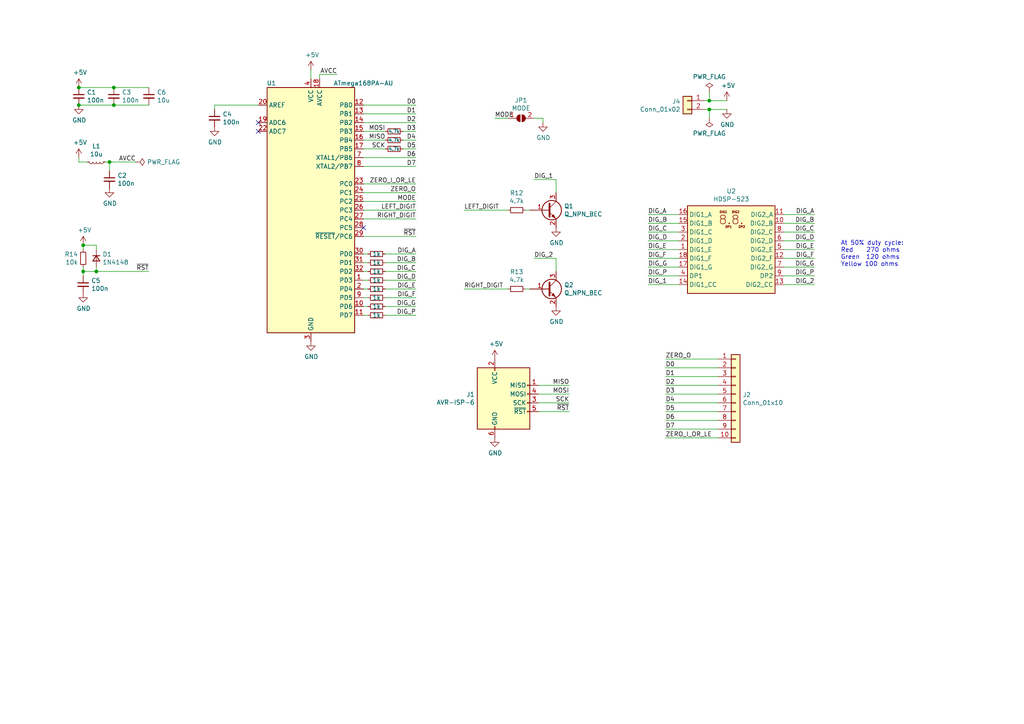
<source format=kicad_sch>
(kicad_sch (version 20211123) (generator eeschema)
  (paper "A4")
  (title_block (title "Hex display for breadboards") (date "2021-12-17") (rev "A"))
  (lib_symbols
    (symbol "Connector:AVR-ISP-6" (pin_names (offset 1.016))
      (property "Reference" "J" (at -6.35 11.43 0))
      (property "Value" "AVR-ISP-6" (at 0 11.43 0))
      (symbol "AVR-ISP-6_0_1"
        (rectangle (start -2.667 -6.858) (end -2.413 -7.62))
        (rectangle (start -2.667 10.16) (end -2.413 9.398))
        (rectangle (start 7.62 -2.413) (end 6.858 -2.667))
        (rectangle (start 7.62 0.127) (end 6.858 -0.127))
        (rectangle (start 7.62 2.667) (end 6.858 2.413))
        (rectangle (start 7.62 5.207) (end 6.858 4.953))
        (rectangle (start 7.62 10.16) (end -7.62 -7.62) (stroke (width 0.254)) (fill (type background)))
      )
      (symbol "AVR-ISP-6_1_1"
        (pin passive line (at 10.16 5.08 180) (length 2.54) (name "MISO") (number "1"))
        (pin passive line (at -2.54 12.7 270) (length 2.54) (name "VCC") (number "2"))
        (pin passive line (at 10.16 0 180) (length 2.54) (name "SCK") (number "3"))
        (pin passive line (at 10.16 2.54 180) (length 2.54) (name "MOSI") (number "4"))
        (pin passive line (at 10.16 -2.54 180) (length 2.54) (name "~{RST}") (number "5"))
        (pin passive line (at -2.54 -10.16 90) (length 2.54) (name "GND") (number "6"))
      )
    )
    (symbol "Connector_Generic:Conn_01x02" (pin_names (offset 1.016) hide)
      (property "Reference" "J" (at 0 2.54 0))
      (property "Value" "Conn_01x02" (at 0 -5.08 0))
      (symbol "Conn_01x02_1_1"
        (rectangle (start -1.27 -2.413) (end 0 -2.667) (stroke (width 0.1524)))
        (rectangle (start -1.27 0.127) (end 0 -0.127) (stroke (width 0.1524)))
        (rectangle (start -1.27 1.27) (end 1.27 -3.81) (stroke (width 0.254)) (fill (type background)))
        (pin passive line (at -5.08 0 0) (length 3.81) (name "Pin_1") (number "1"))
        (pin passive line (at -5.08 -2.54 0) (length 3.81) (name "Pin_2") (number "2"))
      )
    )
    (symbol "Connector_Generic:Conn_01x10" (pin_names (offset 1.016) hide)
      (property "Reference" "J" (at 0 12.7 0))
      (property "Value" "Conn_01x10" (at 0 -15.24 0))
      (symbol "Conn_01x10_1_1"
        (rectangle (start -1.27 -12.573) (end 0 -12.827) (stroke (width 0.1524)))
        (rectangle (start -1.27 -10.033) (end 0 -10.287) (stroke (width 0.1524)))
        (rectangle (start -1.27 -7.493) (end 0 -7.747) (stroke (width 0.1524)))
        (rectangle (start -1.27 -4.953) (end 0 -5.207) (stroke (width 0.1524)))
        (rectangle (start -1.27 -2.413) (end 0 -2.667) (stroke (width 0.1524)))
        (rectangle (start -1.27 0.127) (end 0 -0.127) (stroke (width 0.1524)))
        (rectangle (start -1.27 2.667) (end 0 2.413) (stroke (width 0.1524)))
        (rectangle (start -1.27 5.207) (end 0 4.953) (stroke (width 0.1524)))
        (rectangle (start -1.27 7.747) (end 0 7.493) (stroke (width 0.1524)))
        (rectangle (start -1.27 10.287) (end 0 10.033) (stroke (width 0.1524)))
        (rectangle (start -1.27 11.43) (end 1.27 -13.97) (stroke (width 0.254)) (fill (type background)))
        (pin passive line (at -5.08 10.16 0) (length 3.81) (name "Pin_1") (number "1"))
        (pin passive line (at -5.08 -12.7 0) (length 3.81) (name "Pin_10") (number "10"))
        (pin passive line (at -5.08 7.62 0) (length 3.81) (name "Pin_2") (number "2"))
        (pin passive line (at -5.08 5.08 0) (length 3.81) (name "Pin_3") (number "3"))
        (pin passive line (at -5.08 2.54 0) (length 3.81) (name "Pin_4") (number "4"))
        (pin passive line (at -5.08 0 0) (length 3.81) (name "Pin_5") (number "5"))
        (pin passive line (at -5.08 -2.54 0) (length 3.81) (name "Pin_6") (number "6"))
        (pin passive line (at -5.08 -5.08 0) (length 3.81) (name "Pin_7") (number "7"))
        (pin passive line (at -5.08 -7.62 0) (length 3.81) (name "Pin_8") (number "8"))
        (pin passive line (at -5.08 -10.16 0) (length 3.81) (name "Pin_9") (number "9"))
      )
    )
    (symbol "Device:C_Small" (pin_numbers hide) (pin_names (offset 0.254) hide)
      (property "Reference" "C" (at 0.254 1.778 0))
      (property "Value" "C_Small" (at 0.254 -2.032 0))
      (symbol "C_Small_0_1"
        (polyline (pts (xy -1.524 -0.508) (xy 1.524 -0.508)) (stroke (width 0.3302)))
        (polyline (pts (xy -1.524 0.508) (xy 1.524 0.508)) (stroke (width 0.3048)))
      )
      (symbol "C_Small_1_1"
        (pin passive line (at 0 2.54 270) (length 2.032) (name "~") (number "1"))
        (pin passive line (at 0 -2.54 90) (length 2.032) (name "~") (number "2"))
      )
    )
    (symbol "Device:D_Small" (pin_numbers hide) (pin_names (offset 0.254) hide)
      (property "Reference" "D" (at -1.27 2.032 0))
      (property "Value" "D_Small" (at -3.81 -2.032 0))
      (symbol "D_Small_0_1"
        (polyline (pts (xy -0.762 -1.016) (xy -0.762 1.016)) (stroke (width 0.254)))
        (polyline (pts (xy -0.762 0) (xy 0.762 0)))
        (polyline (pts (xy 0.762 -1.016) (xy -0.762 0) (xy 0.762 1.016) (xy 0.762 -1.016)) (stroke (width 0.254)))
      )
      (symbol "D_Small_1_1"
        (pin passive line (at -2.54 0 0) (length 1.778) (name "K") (number "1"))
        (pin passive line (at 2.54 0 180) (length 1.778) (name "A") (number "2"))
      )
    )
    (symbol "Device:L_Small" (pin_numbers hide) (pin_names (offset 0.254) hide)
      (property "Reference" "L" (at 0.762 1.016 0))
      (property "Value" "L_Small" (at 0.762 -1.016 0))
      (symbol "L_Small_0_1"
        (arc (start 0 -2.032) (mid 0.508 -1.524) (end 0 -1.016))
        (arc (start 0 -1.016) (mid 0.508 -0.508) (end 0 0))
        (arc (start 0 0) (mid 0.508 0.508) (end 0 1.016))
        (arc (start 0 1.016) (mid 0.508 1.524) (end 0 2.032))
      )
      (symbol "L_Small_1_1"
        (pin passive line (at 0 2.54 270) (length 0.508) (name "~") (number "1"))
        (pin passive line (at 0 -2.54 90) (length 0.508) (name "~") (number "2"))
      )
    )
    (symbol "Device:Q_NPN_BEC" (pin_names (offset 0) hide)
      (property "Reference" "Q" (at 5.08 1.27 0))
      (property "Value" "Q_NPN_BEC" (at 5.08 -1.27 0))
      (symbol "Q_NPN_BEC_0_1"
        (polyline (pts (xy 0.635 0.635) (xy 2.54 2.54)))
        (polyline (pts (xy 0.635 -0.635) (xy 2.54 -2.54) (xy 2.54 -2.54)))
        (polyline (pts (xy 0.635 1.905) (xy 0.635 -1.905) (xy 0.635 -1.905)) (stroke (width 0.508)))
        (polyline (pts (xy 1.27 -1.778) (xy 1.778 -1.27) (xy 2.286 -2.286) (xy 1.27 -1.778) (xy 1.27 -1.778)) (fill (type outline)))
        (circle (center 1.27 0) (radius 2.8194) (stroke (width 0.254)))
      )
      (symbol "Q_NPN_BEC_1_1"
        (pin input line (at -5.08 0 0) (length 5.715) (name "B") (number "1"))
        (pin passive line (at 2.54 -5.08 90) (length 2.54) (name "E") (number "2"))
        (pin passive line (at 2.54 5.08 270) (length 2.54) (name "C") (number "3"))
      )
    )
    (symbol "Device:R_Small" (pin_numbers hide) (pin_names (offset 0.254) hide)
      (property "Reference" "R" (at 0.762 0.508 0))
      (property "Value" "R_Small" (at 0.762 -1.016 0))
      (symbol "R_Small_0_1"
        (rectangle (start -0.762 1.778) (end 0.762 -1.778) (stroke (width 0.2032)))
      )
      (symbol "R_Small_1_1"
        (pin passive line (at 0 2.54 270) (length 0.762) (name "~") (number "1"))
        (pin passive line (at 0 -2.54 90) (length 0.762) (name "~") (number "2"))
      )
    )
    (symbol "Display_Character:DC56-11SRWA"
      (property "Reference" "U" (at -11.43 13.97 0))
      (property "Value" "DC56-11SRWA" (at 12.065 13.97 0))
      (symbol "DC56-11SRWA_0_0"
        (text "8.8." (at 0 8.636 0) (effects (font (size 2.54 2.54))))
        (text "DIG1" (at -2.286 10.922 0) (effects (font (size 0.635 0.635))))
        (text "DIG2" (at 1.27 10.922 0) (effects (font (size 0.635 0.635))))
        (text "DP1" (at -0.762 6.604 0) (effects (font (size 0.635 0.635))))
        (text "DP2" (at 3.048 6.604 0) (effects (font (size 0.635 0.635))))
      )
      (symbol "DC56-11SRWA_0_1"
        (rectangle (start -12.7 12.7) (end 12.7 -12.7) (stroke (width 0.254)) (fill (type background)))
      )
      (symbol "DC56-11SRWA_1_1"
        (pin input line (at -15.24 0 0) (length 2.54) (name "DIG1_E") (number "1"))
        (pin input line (at 15.24 7.62 180) (length 2.54) (name "DIG2_B") (number "10"))
        (pin input line (at 15.24 10.16 180) (length 2.54) (name "DIG2_A") (number "11"))
        (pin input line (at 15.24 -2.54 180) (length 2.54) (name "DIG2_F") (number "12"))
        (pin input line (at 15.24 -10.16 180) (length 2.54) (name "DIG2_CC") (number "13"))
        (pin input line (at -15.24 -10.16 0) (length 2.54) (name "DIG1_CC") (number "14"))
        (pin input line (at -15.24 7.62 0) (length 2.54) (name "DIG1_B") (number "15"))
        (pin input line (at -15.24 10.16 0) (length 2.54) (name "DIG1_A") (number "16"))
        (pin input line (at -15.24 -5.08 0) (length 2.54) (name "DIG1_G") (number "17"))
        (pin input line (at -15.24 -2.54 0) (length 2.54) (name "DIG1_F") (number "18"))
        (pin input line (at -15.24 2.54 0) (length 2.54) (name "DIG1_D") (number "2"))
        (pin input line (at -15.24 5.08 0) (length 2.54) (name "DIG1_C") (number "3"))
        (pin input line (at -15.24 -7.62 0) (length 2.54) (name "DP1") (number "4"))
        (pin input line (at 15.24 0 180) (length 2.54) (name "DIG2_E") (number "5"))
        (pin input line (at 15.24 2.54 180) (length 2.54) (name "DIG2_D") (number "6"))
        (pin input line (at 15.24 -5.08 180) (length 2.54) (name "DIG2_G") (number "7"))
        (pin input line (at 15.24 5.08 180) (length 2.54) (name "DIG2_C") (number "8"))
        (pin input line (at 15.24 -7.62 180) (length 2.54) (name "DP2") (number "9"))
      )
    )
    (symbol "Jumper:SolderJumper_2_Open" (pin_names (offset 0) hide)
      (property "Reference" "JP" (at 0 2.032 0))
      (property "Value" "SolderJumper_2_Open" (at 0 -2.54 0))
      (symbol "SolderJumper_2_Open_0_1"
        (arc (start -0.254 1.016) (mid -1.27 0) (end -0.254 -1.016))
        (arc (start -0.254 1.016) (mid -1.27 0) (end -0.254 -1.016) (fill (type outline)))
        (polyline (pts (xy -0.254 1.016) (xy -0.254 -1.016)))
        (polyline (pts (xy 0.254 1.016) (xy 0.254 -1.016)))
        (arc (start 0.254 -1.016) (mid 1.27 0) (end 0.254 1.016))
        (arc (start 0.254 -1.016) (mid 1.27 0) (end 0.254 1.016) (fill (type outline)))
      )
      (symbol "SolderJumper_2_Open_1_1"
        (pin passive line (at -3.81 0 0) (length 2.54) (name "A") (number "1"))
        (pin passive line (at 3.81 0 180) (length 2.54) (name "B") (number "2"))
      )
    )
    (symbol "MCU_Microchip_ATmega:ATmega168PA-AU"
      (property "Reference" "U" (at -12.7 36.83 0))
      (property "Value" "MCU_Microchip_ATmega_ATmega168PA-AU" (at 2.54 -36.83 0))
      (symbol "ATmega168PA-AU_0_1"
        (rectangle (start -12.7 -35.56) (end 12.7 35.56) (stroke (width 0.254)) (fill (type background)))
      )
      (symbol "ATmega168PA-AU_1_1"
        (pin bidirectional line (at 15.24 -20.32 180) (length 2.54) (name "PD3") (number "1"))
        (pin bidirectional line (at 15.24 -27.94 180) (length 2.54) (name "PD6") (number "10"))
        (pin bidirectional line (at 15.24 -30.48 180) (length 2.54) (name "PD7") (number "11"))
        (pin bidirectional line (at 15.24 30.48 180) (length 2.54) (name "PB0") (number "12"))
        (pin bidirectional line (at 15.24 27.94 180) (length 2.54) (name "PB1") (number "13"))
        (pin bidirectional line (at 15.24 25.4 180) (length 2.54) (name "PB2") (number "14"))
        (pin bidirectional line (at 15.24 22.86 180) (length 2.54) (name "PB3") (number "15"))
        (pin bidirectional line (at 15.24 20.32 180) (length 2.54) (name "PB4") (number "16"))
        (pin bidirectional line (at 15.24 17.78 180) (length 2.54) (name "PB5") (number "17"))
        (pin power_in line (at 2.54 38.1 270) (length 2.54) (name "AVCC") (number "18"))
        (pin input line (at -15.24 25.4 0) (length 2.54) (name "ADC6") (number "19"))
        (pin bidirectional line (at 15.24 -22.86 180) (length 2.54) (name "PD4") (number "2"))
        (pin passive line (at -15.24 30.48 0) (length 2.54) (name "AREF") (number "20"))
        (pin passive line (at 0 -38.1 90) (length 2.54) hide (name "GND") (number "21"))
        (pin input line (at -15.24 22.86 0) (length 2.54) (name "ADC7") (number "22"))
        (pin bidirectional line (at 15.24 7.62 180) (length 2.54) (name "PC0") (number "23"))
        (pin bidirectional line (at 15.24 5.08 180) (length 2.54) (name "PC1") (number "24"))
        (pin bidirectional line (at 15.24 2.54 180) (length 2.54) (name "PC2") (number "25"))
        (pin bidirectional line (at 15.24 0 180) (length 2.54) (name "PC3") (number "26"))
        (pin bidirectional line (at 15.24 -2.54 180) (length 2.54) (name "PC4") (number "27"))
        (pin bidirectional line (at 15.24 -5.08 180) (length 2.54) (name "PC5") (number "28"))
        (pin bidirectional line (at 15.24 -7.62 180) (length 2.54) (name "~{RESET}/PC6") (number "29"))
        (pin power_in line (at 0 -38.1 90) (length 2.54) (name "GND") (number "3"))
        (pin bidirectional line (at 15.24 -12.7 180) (length 2.54) (name "PD0") (number "30"))
        (pin bidirectional line (at 15.24 -15.24 180) (length 2.54) (name "PD1") (number "31"))
        (pin bidirectional line (at 15.24 -17.78 180) (length 2.54) (name "PD2") (number "32"))
        (pin power_in line (at 0 38.1 270) (length 2.54) (name "VCC") (number "4"))
        (pin passive line (at 0 -38.1 90) (length 2.54) hide (name "GND") (number "5"))
        (pin passive line (at 0 38.1 270) (length 2.54) hide (name "VCC") (number "6"))
        (pin bidirectional line (at 15.24 15.24 180) (length 2.54) (name "XTAL1/PB6") (number "7"))
        (pin bidirectional line (at 15.24 12.7 180) (length 2.54) (name "XTAL2/PB7") (number "8"))
        (pin bidirectional line (at 15.24 -25.4 180) (length 2.54) (name "PD5") (number "9"))
      )
    )
    (symbol "power:+5V" (power) (pin_names (offset 0))
      (property "Value" "+5V" (at 0 3.556 0))
      (symbol "+5V_0_1"
        (polyline (pts (xy -0.762 1.27) (xy 0 2.54)))
        (polyline (pts (xy 0 0) (xy 0 2.54)))
        (polyline (pts (xy 0 2.54) (xy 0.762 1.27)))
      )
      (symbol "+5V_1_1"
        (pin power_in line (at 0 0 90) (length 0) hide (name "+5V") (number "1"))
      )
    )
    (symbol "power:GND" (power) (pin_names (offset 0))
      (property "Value" "GND" (at 0 -3.81 0))
      (symbol "GND_0_1"
        (polyline (pts (xy 0 0) (xy 0 -1.27) (xy 1.27 -1.27) (xy 0 -2.54) (xy -1.27 -1.27) (xy 0 -1.27)))
      )
      (symbol "GND_1_1"
        (pin power_in line (at 0 0 270) (length 0) hide (name "GND") (number "1"))
      )
    )
    (symbol "power:PWR_FLAG" (power) (pin_numbers hide) (pin_names (offset 0) hide)
      (property "Value" "PWR_FLAG" (at 0 3.81 0))
      (symbol "PWR_FLAG_0_0"
        (pin power_out line (at 0 0 90) (length 0) (name "pwr") (number "1"))
      )
      (symbol "PWR_FLAG_0_1"
        (polyline (pts (xy 0 0) (xy 0 1.27) (xy -1.016 1.905) (xy 0 2.54) (xy 1.016 1.905) (xy 0 1.27)))
      )
    )
  )
  (junction (at 31.75 46.99))
  (junction (at 24.13 78.74))
  (junction (at 205.74 29.21))
  (junction (at 205.74 31.75))
  (junction (at 27.94 78.74))
  (junction (at 33.02 30.48))
  (junction (at 22.86 30.48))
  (junction (at 24.13 71.12))
  (junction (at 33.02 25.4))
  (junction (at 22.86 25.4))
  (no_connect (at 105.41 66.04))
  (no_connect (at 74.93 38.1))
  (no_connect (at 74.93 35.56))
  (wire (pts (xy 24.13 77.47) (xy 24.13 78.74)))
  (wire (pts (xy 92.71 21.59) (xy 97.79 21.59)))
  (wire (pts (xy 227.33 64.77) (xy 236.22 64.77)))
  (wire (pts (xy 106.68 91.44) (xy 105.41 91.44)))
  (wire (pts (xy 227.33 69.85) (xy 236.22 69.85)))
  (wire (pts (xy 22.86 30.48) (xy 33.02 30.48)))
  (wire (pts (xy 105.41 43.18) (xy 111.76 43.18)))
  (wire (pts (xy 193.04 104.14) (xy 208.28 104.14)))
  (wire (pts (xy 210.82 29.21) (xy 205.74 29.21)))
  (wire (pts (xy 196.85 64.77) (xy 187.96 64.77)))
  (wire (pts (xy 92.71 21.59) (xy 92.71 22.86)))
  (wire (pts (xy 111.76 91.44) (xy 120.65 91.44)))
  (wire (pts (xy 120.65 53.34) (xy 105.41 53.34)))
  (wire (pts (xy 147.32 83.82) (xy 134.62 83.82)))
  (wire (pts (xy 106.68 78.74) (xy 105.41 78.74)))
  (wire (pts (xy 196.85 74.93) (xy 187.96 74.93)))
  (wire (pts (xy 227.33 72.39) (xy 236.22 72.39)))
  (wire (pts (xy 161.29 52.07) (xy 161.29 55.88)))
  (wire (pts (xy 33.02 30.48) (xy 43.18 30.48)))
  (wire (pts (xy 25.4 46.99) (xy 22.86 46.99)))
  (wire (pts (xy 120.65 68.58) (xy 105.41 68.58)))
  (wire (pts (xy 196.85 82.55) (xy 187.96 82.55)))
  (wire (pts (xy 111.76 88.9) (xy 120.65 88.9)))
  (wire (pts (xy 24.13 71.12) (xy 27.94 71.12)))
  (wire (pts (xy 208.28 109.22) (xy 193.04 109.22)))
  (wire (pts (xy 111.76 83.82) (xy 120.65 83.82)))
  (wire (pts (xy 161.29 74.93) (xy 161.29 78.74)))
  (wire (pts (xy 227.33 80.01) (xy 236.22 80.01)))
  (wire (pts (xy 193.04 106.68) (xy 208.28 106.68)))
  (wire (pts (xy 227.33 74.93) (xy 236.22 74.93)))
  (wire (pts (xy 116.84 38.1) (xy 120.65 38.1)))
  (wire (pts (xy 33.02 25.4) (xy 43.18 25.4)))
  (wire (pts (xy 204.47 31.75) (xy 205.74 31.75)))
  (wire (pts (xy 196.85 72.39) (xy 187.96 72.39)))
  (wire (pts (xy 111.76 86.36) (xy 120.65 86.36)))
  (wire (pts (xy 106.68 88.9) (xy 105.41 88.9)))
  (wire (pts (xy 227.33 82.55) (xy 236.22 82.55)))
  (wire (pts (xy 208.28 119.38) (xy 193.04 119.38)))
  (wire (pts (xy 154.94 74.93) (xy 161.29 74.93)))
  (wire (pts (xy 120.65 30.48) (xy 105.41 30.48)))
  (wire (pts (xy 105.41 81.28) (xy 106.68 81.28)))
  (wire (pts (xy 120.65 45.72) (xy 105.41 45.72)))
  (wire (pts (xy 30.48 46.99) (xy 31.75 46.99)))
  (wire (pts (xy 24.13 78.74) (xy 27.94 78.74)))
  (wire (pts (xy 31.75 46.99) (xy 39.37 46.99)))
  (wire (pts (xy 120.65 55.88) (xy 105.41 55.88)))
  (wire (pts (xy 196.85 69.85) (xy 187.96 69.85)))
  (wire (pts (xy 111.76 76.2) (xy 120.65 76.2)))
  (wire (pts (xy 193.04 121.92) (xy 208.28 121.92)))
  (wire (pts (xy 208.28 114.3) (xy 193.04 114.3)))
  (wire (pts (xy 62.23 31.75) (xy 62.23 30.48)))
  (wire (pts (xy 105.41 40.64) (xy 111.76 40.64)))
  (wire (pts (xy 205.74 29.21) (xy 204.47 29.21)))
  (wire (pts (xy 154.94 52.07) (xy 161.29 52.07)))
  (wire (pts (xy 111.76 81.28) (xy 120.65 81.28)))
  (wire (pts (xy 227.33 62.23) (xy 236.22 62.23)))
  (wire (pts (xy 120.65 40.64) (xy 116.84 40.64)))
  (wire (pts (xy 27.94 71.12) (xy 27.94 72.39)))
  (wire (pts (xy 111.76 78.74) (xy 120.65 78.74)))
  (wire (pts (xy 205.74 31.75) (xy 205.74 34.29)))
  (wire (pts (xy 193.04 116.84) (xy 208.28 116.84)))
  (wire (pts (xy 227.33 77.47) (xy 236.22 77.47)))
  (wire (pts (xy 22.86 25.4) (xy 33.02 25.4)))
  (wire (pts (xy 193.04 127) (xy 208.28 127)))
  (wire (pts (xy 24.13 78.74) (xy 24.13 80.01)))
  (wire (pts (xy 205.74 31.75) (xy 210.82 31.75)))
  (wire (pts (xy 120.65 35.56) (xy 105.41 35.56)))
  (wire (pts (xy 105.41 76.2) (xy 106.68 76.2)))
  (wire (pts (xy 153.67 83.82) (xy 152.4 83.82)))
  (wire (pts (xy 105.41 63.5) (xy 120.65 63.5)))
  (wire (pts (xy 120.65 58.42) (xy 105.41 58.42)))
  (wire (pts (xy 106.68 73.66) (xy 105.41 73.66)))
  (wire (pts (xy 208.28 124.46) (xy 193.04 124.46)))
  (wire (pts (xy 157.48 34.29) (xy 154.94 34.29)))
  (wire (pts (xy 227.33 67.31) (xy 236.22 67.31)))
  (wire (pts (xy 156.21 111.76) (xy 165.1 111.76)))
  (wire (pts (xy 105.41 60.96) (xy 120.65 60.96)))
  (wire (pts (xy 196.85 77.47) (xy 187.96 77.47)))
  (wire (pts (xy 106.68 83.82) (xy 105.41 83.82)))
  (wire (pts (xy 105.41 33.02) (xy 120.65 33.02)))
  (wire (pts (xy 165.1 119.38) (xy 156.21 119.38)))
  (wire (pts (xy 147.32 60.96) (xy 134.62 60.96)))
  (wire (pts (xy 153.67 60.96) (xy 152.4 60.96)))
  (wire (pts (xy 196.85 80.01) (xy 187.96 80.01)))
  (wire (pts (xy 111.76 38.1) (xy 105.41 38.1)))
  (wire (pts (xy 196.85 67.31) (xy 187.96 67.31)))
  (wire (pts (xy 105.41 48.26) (xy 120.65 48.26)))
  (wire (pts (xy 165.1 114.3) (xy 156.21 114.3)))
  (wire (pts (xy 62.23 30.48) (xy 74.93 30.48)))
  (wire (pts (xy 143.51 34.29) (xy 147.32 34.29)))
  (wire (pts (xy 22.86 46.99) (xy 22.86 45.72)))
  (wire (pts (xy 196.85 62.23) (xy 187.96 62.23)))
  (wire (pts (xy 116.84 43.18) (xy 120.65 43.18)))
  (wire (pts (xy 105.41 86.36) (xy 106.68 86.36)))
  (wire (pts (xy 27.94 78.74) (xy 43.18 78.74)))
  (wire (pts (xy 157.48 35.56) (xy 157.48 34.29)))
  (wire (pts (xy 156.21 116.84) (xy 165.1 116.84)))
  (wire (pts (xy 193.04 111.76) (xy 208.28 111.76)))
  (wire (pts (xy 31.75 49.53) (xy 31.75 46.99)))
  (wire (pts (xy 205.74 26.67) (xy 205.74 29.21)))
  (wire (pts (xy 111.76 73.66) (xy 120.65 73.66)))
  (wire (pts (xy 27.94 77.47) (xy 27.94 78.74)))
  (wire (pts (xy 24.13 72.39) (xy 24.13 71.12)))
  (wire (pts (xy 90.17 20.32) (xy 90.17 22.86)))
  (text "At 50% duty cycle:\nRed    270 ohms\nGreen  120 ohms\nYellow 100 ohms" (at 243.84 77.47 0) (effects (font (size 1.27 1.27)) (justify left bottom)))
  (label "DIG_F" (at 236.22 74.93 180))
  (label "D1" (at 120.65 33.02 180))
  (label "AVCC" (at 97.79 21.59 180))
  (label "LEFT_DIGIT" (at 120.65 60.96 180))
  (label "DIG_G" (at 120.65 88.9 180))
  (label "DIG_P" (at 236.22 80.01 180))
  (label "~{RST}" (at 120.65 68.58 180))
  (label "D1" (at 193.04 109.22 0))
  (label "DIG_A" (at 187.96 62.23 0))
  (label "DIG_D" (at 236.22 69.85 180))
  (label "D6" (at 120.65 45.72 180))
  (label "DIG_B" (at 187.96 64.77 0))
  (label "DIG_B" (at 236.22 64.77 180))
  (label "RIGHT_DIGIT" (at 134.62 83.82 0))
  (label "DIG_C" (at 120.65 78.74 180))
  (label "LEFT_DIGIT" (at 134.62 60.96 0))
  (label "DIG_E" (at 120.65 83.82 180))
  (label "DIG_1" (at 154.94 52.07 0))
  (label "D3" (at 120.65 38.1 180))
  (label "D6" (at 193.04 121.92 0))
  (label "MISO" (at 165.1 111.76 180))
  (label "SCK" (at 165.1 116.84 180))
  (label "D5" (at 193.04 119.38 0))
  (label "DIG_E" (at 187.96 72.39 0))
  (label "RIGHT_DIGIT" (at 120.65 63.5 180))
  (label "D7" (at 120.65 48.26 180))
  (label "DIG_1" (at 187.96 82.55 0))
  (label "DIG_G" (at 236.22 77.47 180))
  (label "D3" (at 193.04 114.3 0))
  (label "DIG_F" (at 187.96 74.93 0))
  (label "DIG_2" (at 154.94 74.93 0))
  (label "DIG_D" (at 120.65 81.28 180))
  (label "DIG_P" (at 120.65 91.44 180))
  (label "MOSI" (at 165.1 114.3 180))
  (label "D0" (at 193.04 106.68 0))
  (label "ZERO_O" (at 193.04 104.14 0))
  (label "MODE" (at 143.51 34.29 0))
  (label "DIG_E" (at 236.22 72.39 180))
  (label "DIG_D" (at 187.96 69.85 0))
  (label "D2" (at 120.65 35.56 180))
  (label "~{RST}" (at 43.18 78.74 180))
  (label "DIG_C" (at 187.96 67.31 0))
  (label "D0" (at 120.65 30.48 180))
  (label "SCK" (at 111.76 43.18 180))
  (label "ZERO_O" (at 120.65 55.88 180))
  (label "DIG_P" (at 187.96 80.01 0))
  (label "D7" (at 193.04 124.46 0))
  (label "D4" (at 193.04 116.84 0))
  (label "D2" (at 193.04 111.76 0))
  (label "DIG_2" (at 236.22 82.55 180))
  (label "DIG_G" (at 187.96 77.47 0))
  (label "D4" (at 120.65 40.64 180))
  (label "DIG_B" (at 120.65 76.2 180))
  (label "MODE" (at 120.65 58.42 180))
  (label "AVCC" (at 39.37 46.99 180))
  (label "MOSI" (at 111.76 38.1 180))
  (label "~{RST}" (at 165.1 119.38 180))
  (label "ZERO_I_OR_LE" (at 193.04 127 0))
  (label "DIG_A" (at 236.22 62.23 180))
  (label "DIG_A" (at 120.65 73.66 180))
  (label "ZERO_I_OR_LE" (at 120.65 53.34 180))
  (label "D5" (at 120.65 43.18 180))
  (label "DIG_C" (at 236.22 67.31 180))
  (label "DIG_F" (at 120.65 86.36 180))
  (label "MISO" (at 111.76 40.64 180))
  (symbol (lib_id "Display_Character:DC56-11SRWA") (at 212.09 72.39 0) (unit 1)
    (property "Reference" "U2" (at 212.09 55.4482 0))
    (property "Value" "HDSP-523" (at 212.09 57.7596 0))
    (property "Footprint" "Display_7Segment:DA56-11SURKWA" (effects hide))
    (property "Datasheet" "http://www.kingbrightusa.com/images/catalog/SPEC/DC56-11SRWA.pdf" (effects hide))
  )
  (symbol (lib_id "Connector_Generic:Conn_01x02") (at 199.39 29.21 0) (mirror y) (unit 1)
    (property "Reference" "J4" (at 197.358 29.4132 0) (effects (justify left)))
    (property "Value" "Conn_01x02" (at 197.358 31.7246 0) (effects (justify left)))
    (property "Footprint" "Connector_PinHeader_2.54mm:PinHeader_1x02_P2.54mm_Vertical_SMD_Pin1Left" (effects hide))
  )
  (symbol (lib_id "power:+5V") (at 210.82 29.21 0) (unit 1)
    (property "Reference" "#PWR0101" (effects hide))
    (property "Value" "+5V" (at 211.201 24.8158 0))
  )
  (symbol (lib_id "power:GND") (at 210.82 31.75 0) (unit 1)
    (property "Reference" "#PWR0103" (effects hide))
    (property "Value" "GND" (at 210.947 36.1442 0))
  )
  (symbol (lib_id "Device:Q_NPN_BEC") (at 158.75 60.96 0) (unit 1)
    (property "Reference" "Q1" (at 163.6014 59.7916 0) (effects (justify left)))
    (property "Value" "Q_NPN_BEC" (at 163.6014 62.103 0) (effects (justify left)))
    (property "Footprint" "Package_TO_SOT_SMD:SOT-23" (effects hide))
  )
  (symbol (lib_id "Connector_Generic:Conn_01x10") (at 213.36 114.3 0) (unit 1)
    (property "Reference" "J2" (at 215.392 114.5032 0) (effects (justify left)))
    (property "Value" "Conn_01x10" (at 215.392 116.8146 0) (effects (justify left)))
    (property "Footprint" "Connector_PinHeader_2.54mm:PinHeader_1x10_P2.54mm_Vertical" (effects hide))
  )
  (symbol (lib_id "Device:R_Small") (at 149.86 60.96 270) (unit 1)
    (property "Reference" "R12" (at 149.86 55.9816 90))
    (property "Value" "4.7k" (at 149.86 58.293 90))
    (property "Footprint" "Resistor_SMD:R_0402_1005Metric" (effects hide))
  )
  (symbol (lib_id "power:GND") (at 161.29 66.04 0) (unit 1)
    (property "Reference" "#PWR08" (effects hide))
    (property "Value" "GND" (at 161.417 70.4342 0))
  )
  (symbol (lib_id "Device:Q_NPN_BEC") (at 158.75 83.82 0) (unit 1)
    (property "Reference" "Q2" (at 163.6014 82.6516 0) (effects (justify left)))
    (property "Value" "Q_NPN_BEC" (at 163.6014 84.963 0) (effects (justify left)))
    (property "Footprint" "Package_TO_SOT_SMD:SOT-23" (effects hide))
  )
  (symbol (lib_id "Device:R_Small") (at 149.86 83.82 270) (unit 1)
    (property "Reference" "R13" (at 149.86 78.8416 90))
    (property "Value" "4.7k" (at 149.86 81.153 90))
    (property "Footprint" "Resistor_SMD:R_0402_1005Metric" (effects hide))
  )
  (symbol (lib_id "power:GND") (at 161.29 88.9 0) (unit 1)
    (property "Reference" "#PWR09" (effects hide))
    (property "Value" "GND" (at 161.417 93.2942 0))
  )
  (symbol (lib_id "Device:R_Small") (at 109.22 76.2 270) (unit 1)
    (property "Reference" "R2" (effects hide))
    (property "Value" "1k" (at 109.22 76.2 90))
    (property "Footprint" "Resistor_SMD:R_1206_3216Metric_Pad1.30x1.75mm_HandSolder" (effects hide))
  )
  (symbol (lib_id "Device:R_Small") (at 109.22 73.66 270) (unit 1)
    (property "Reference" "R1" (effects hide))
    (property "Value" "1k" (at 109.22 73.66 90))
    (property "Footprint" "Resistor_SMD:R_1206_3216Metric_Pad1.30x1.75mm_HandSolder" (effects hide))
  )
  (symbol (lib_id "Device:R_Small") (at 109.22 78.74 270) (unit 1)
    (property "Reference" "R3" (effects hide))
    (property "Value" "1k" (at 109.22 78.74 90))
    (property "Footprint" "Resistor_SMD:R_1206_3216Metric_Pad1.30x1.75mm_HandSolder" (effects hide))
  )
  (symbol (lib_id "Device:R_Small") (at 109.22 81.28 270) (unit 1)
    (property "Reference" "R4" (effects hide))
    (property "Value" "1k" (at 109.22 81.28 90))
    (property "Footprint" "Resistor_SMD:R_1206_3216Metric_Pad1.30x1.75mm_HandSolder" (effects hide))
  )
  (symbol (lib_id "Device:R_Small") (at 109.22 83.82 270) (unit 1)
    (property "Reference" "R5" (effects hide))
    (property "Value" "1k" (at 109.22 83.82 90))
    (property "Footprint" "Resistor_SMD:R_1206_3216Metric_Pad1.30x1.75mm_HandSolder" (effects hide))
  )
  (symbol (lib_id "Device:R_Small") (at 109.22 86.36 270) (unit 1)
    (property "Reference" "R6" (effects hide))
    (property "Value" "1k" (at 109.22 86.36 90))
    (property "Footprint" "Resistor_SMD:R_1206_3216Metric_Pad1.30x1.75mm_HandSolder" (effects hide))
  )
  (symbol (lib_id "Device:R_Small") (at 109.22 88.9 270) (unit 1)
    (property "Reference" "R7" (effects hide))
    (property "Value" "1k" (at 109.22 88.9 90))
    (property "Footprint" "Resistor_SMD:R_1206_3216Metric_Pad1.30x1.75mm_HandSolder" (effects hide))
  )
  (symbol (lib_id "Device:R_Small") (at 114.3 43.18 270) (unit 1)
    (property "Reference" "R11" (effects hide))
    (property "Value" "4.7k" (at 114.3 43.18 90) (effects (font (size 0.9906 0.9906))))
    (property "Footprint" "Resistor_SMD:R_0402_1005Metric" (effects hide))
  )
  (symbol (lib_id "Device:R_Small") (at 114.3 40.64 270) (unit 1)
    (property "Reference" "R10" (effects hide))
    (property "Value" "4.7k" (at 114.3 40.64 90) (effects (font (size 0.9906 0.9906))))
    (property "Footprint" "Resistor_SMD:R_0402_1005Metric" (effects hide))
  )
  (symbol (lib_id "Device:R_Small") (at 114.3 38.1 270) (unit 1)
    (property "Reference" "R9" (effects hide))
    (property "Value" "4.7k" (at 114.3 38.1 90) (effects (font (size 0.9906 0.9906))))
    (property "Footprint" "Resistor_SMD:R_0402_1005Metric" (effects hide))
  )
  (symbol (lib_id "Device:R_Small") (at 109.22 91.44 270) (unit 1)
    (property "Reference" "R8" (effects hide))
    (property "Value" "1k" (at 109.22 91.44 90))
    (property "Footprint" "Resistor_SMD:R_1206_3216Metric_Pad1.30x1.75mm_HandSolder" (effects hide))
  )
  (symbol (lib_id "Device:L_Small") (at 27.94 46.99 270) (unit 1)
    (property "Reference" "L1" (at 27.94 42.3926 90))
    (property "Value" "10u" (at 27.94 44.704 90))
    (property "Footprint" "Inductor_SMD:L_0603_1608Metric" (effects hide))
  )
  (symbol (lib_id "power:+5V") (at 22.86 45.72 0) (unit 1)
    (property "Reference" "#PWR010" (effects hide))
    (property "Value" "+5V" (at 23.241 41.3258 0))
  )
  (symbol (lib_id "power:GND") (at 31.75 54.61 0) (unit 1)
    (property "Reference" "#PWR0105" (effects hide))
    (property "Value" "GND" (at 31.877 59.0042 0))
  )
  (symbol (lib_id "power:+5V") (at 24.13 71.12 0) (unit 1)
    (property "Reference" "#PWR011" (effects hide))
    (property "Value" "+5V" (at 24.511 66.7258 0))
  )
  (symbol (lib_id "Device:R_Small") (at 24.13 74.93 0) (mirror x) (unit 1)
    (property "Reference" "R14" (at 22.6314 73.7616 0) (effects (justify right)))
    (property "Value" "10k" (at 22.6314 76.073 0) (effects (justify right)))
    (property "Footprint" "Resistor_SMD:R_0402_1005Metric" (effects hide))
  )
  (symbol (lib_id "Device:D_Small") (at 27.94 74.93 270) (unit 1)
    (property "Reference" "D1" (at 29.718 73.7616 90) (effects (justify left)))
    (property "Value" "1N4148" (at 29.718 76.073 90) (effects (justify left)))
    (property "Footprint" "Diode_SMD:D_SOD-323F" (effects hide))
  )
  (symbol (lib_id "Device:C_Small") (at 24.13 82.55 0) (unit 1)
    (property "Reference" "C5" (at 26.4668 81.3816 0) (effects (justify left)))
    (property "Value" "100n" (at 26.4668 83.693 0) (effects (justify left)))
    (property "Footprint" "Capacitor_SMD:C_0402_1005Metric" (effects hide))
  )
  (symbol (lib_id "power:GND") (at 24.13 85.09 0) (unit 1)
    (property "Reference" "#PWR012" (effects hide))
    (property "Value" "GND" (at 24.257 89.4842 0))
  )
  (symbol (lib_id "Jumper:SolderJumper_2_Open") (at 151.13 34.29 0) (unit 1)
    (property "Reference" "JP1" (at 151.13 29.083 0))
    (property "Value" "MODE" (at 151.13 31.3944 0))
    (property "Footprint" "Jumper:SolderJumper-2_P1.3mm_Open_RoundedPad1.0x1.5mm" (effects hide))
  )
  (symbol (lib_id "power:GND") (at 157.48 35.56 0) (unit 1)
    (property "Reference" "#PWR0106" (effects hide))
    (property "Value" "GND" (at 157.607 39.9542 0))
  )
  (symbol (lib_id "MCU_Microchip_ATmega:ATmega168PA-AU") (at 90.17 60.96 0) (unit 1)
    (property "Reference" "U1" (at 78.74 24.13 0))
    (property "Value" "ATmega168PA-AU" (at 105.41 24.13 0))
    (property "Footprint" "Package_QFP:TQFP-32_7x7mm_P0.8mm" (effects hide))
    (property "Datasheet" "http://ww1.microchip.com/downloads/en/DeviceDoc/ATmega48PA_88PA_168PA-Data-Sheet-40002011A.pdf" (effects hide))
  )
  (symbol (lib_id "power:PWR_FLAG") (at 205.74 26.67 0) (unit 1)
    (property "Reference" "#FLG0101" (effects hide))
    (property "Value" "PWR_FLAG" (at 205.74 22.2758 0))
  )
  (symbol (lib_id "power:PWR_FLAG") (at 205.74 34.29 180) (unit 1)
    (property "Reference" "#FLG0102" (effects hide))
    (property "Value" "PWR_FLAG" (at 205.74 38.6842 0))
  )
  (symbol (lib_id "power:PWR_FLAG") (at 39.37 46.99 270) (unit 1)
    (property "Reference" "#FLG0103" (effects hide))
    (property "Value" "PWR_FLAG" (at 42.6212 46.99 90) (effects (justify left)))
  )
  (symbol (lib_id "Device:C_Small") (at 43.18 27.94 0) (unit 1)
    (property "Reference" "C6" (at 45.5168 26.7716 0) (effects (justify left)))
    (property "Value" "10u" (at 45.5168 29.083 0) (effects (justify left)))
    (property "Footprint" "Capacitor_SMD:C_0603_1608Metric" (effects hide))
  )
  (symbol (lib_id "Connector:AVR-ISP-6") (at 146.05 116.84 0) (unit 1)
    (property "Reference" "J1" (at 137.6934 114.4016 0) (effects (justify right)))
    (property "Value" "AVR-ISP-6" (at 137.6934 116.713 0) (effects (justify right)))
    (property "Footprint" "Connector_PinHeader_2.54mm:PinHeader_2x03_P2.54mm_Vertical" (effects hide))
    (property "Datasheet" " ~" (effects hide))
  )
  (symbol (lib_id "power:+5V") (at 143.51 104.14 0) (unit 1)
    (property "Reference" "#PWR01" (effects hide))
    (property "Value" "+5V" (at 143.891 99.7458 0))
  )
  (symbol (lib_id "power:GND") (at 143.51 127 0) (unit 1)
    (property "Reference" "#PWR02" (effects hide))
    (property "Value" "GND" (at 143.637 131.3942 0))
  )
  (symbol (lib_id "power:+5V") (at 90.17 20.32 0) (unit 1)
    (property "Reference" "#PWR06" (effects hide))
    (property "Value" "+5V" (at 90.551 15.9258 0))
  )
  (symbol (lib_id "power:GND") (at 90.17 99.06 0) (unit 1)
    (property "Reference" "#PWR07" (effects hide))
    (property "Value" "GND" (at 90.297 103.4542 0))
  )
  (symbol (lib_id "Device:C_Small") (at 62.23 34.29 0) (unit 1)
    (property "Reference" "C4" (at 64.5668 33.1216 0) (effects (justify left)))
    (property "Value" "100n" (at 64.5668 35.433 0) (effects (justify left)))
    (property "Footprint" "Capacitor_SMD:C_0402_1005Metric" (effects hide))
  )
  (symbol (lib_id "power:GND") (at 62.23 36.83 0) (unit 1)
    (property "Reference" "#PWR05" (effects hide))
    (property "Value" "GND" (at 62.357 41.2242 0))
  )
  (symbol (lib_id "Device:C_Small") (at 31.75 52.07 0) (unit 1)
    (property "Reference" "C2" (at 34.0868 50.9016 0) (effects (justify left)))
    (property "Value" "100n" (at 34.0868 53.213 0) (effects (justify left)))
    (property "Footprint" "Capacitor_SMD:C_0402_1005Metric" (effects hide))
  )
  (symbol (lib_id "Device:C_Small") (at 33.02 27.94 0) (unit 1)
    (property "Reference" "C3" (at 35.3568 26.7716 0) (effects (justify left)))
    (property "Value" "100n" (at 35.3568 29.083 0) (effects (justify left)))
    (property "Footprint" "Capacitor_SMD:C_0402_1005Metric" (effects hide))
  )
  (symbol (lib_id "Device:C_Small") (at 22.86 27.94 0) (unit 1)
    (property "Reference" "C1" (at 25.1968 26.7716 0) (effects (justify left)))
    (property "Value" "100n" (at 25.1968 29.083 0) (effects (justify left)))
    (property "Footprint" "Capacitor_SMD:C_0402_1005Metric" (effects hide))
  )
  (symbol (lib_id "power:+5V") (at 22.86 25.4 0) (unit 1)
    (property "Reference" "#PWR03" (effects hide))
    (property "Value" "+5V" (at 23.241 21.0058 0))
  )
  (symbol (lib_id "power:GND") (at 22.86 30.48 0) (unit 1)
    (property "Reference" "#PWR04" (effects hide))
    (property "Value" "GND" (at 22.987 34.8742 0))
  )
)
</source>
